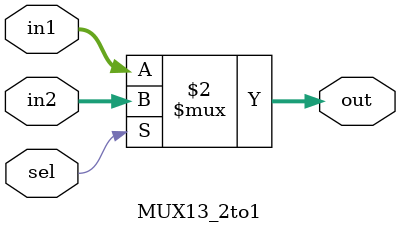
<source format=v>
module MUX13_2to1 (in1, in2, sel, out);

  input [12:0] in1, in2;
  input sel;
  output [12:0] out;
  
  assign out = (sel == 0) ? in1 : in2;
  
endmodule
</source>
